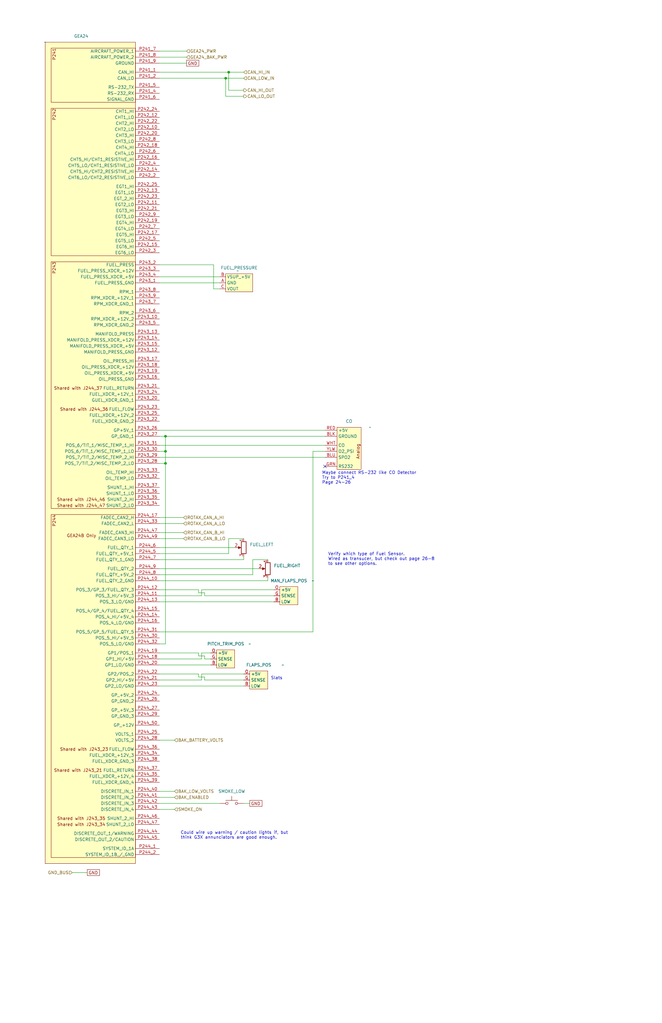
<source format=kicad_sch>
(kicad_sch (version 20230121) (generator eeschema)
  (paper "USLedger" portrait)
  (title_block (title "EIS") (date "2024-02-08") (rev "0.9") (company "N915SN Angry Bird"))
  (lib_symbols
    (symbol "Device:R_Potentiometer" (pin_names (offset 1.016) hide)
      (property "Reference" "RV" (at -4.445 0 90))
      (property "Value" "R_Potentiometer" (at -2.54 0 90))
      (symbol "R_Potentiometer_0_1"
        (polyline (pts (xy 2.54 0) (xy 1.524 0)))
        (polyline (pts (xy 1.143 0) (xy 2.286 0.508) (xy 2.286 -0.508) (xy 1.143 0)) (fill (type outline)))
        (rectangle (start 1.016 2.54) (end -1.016 -2.54) (stroke (width 0.254)))
      )
      (symbol "R_Potentiometer_1_1"
        (pin passive line (at 0 3.81 270) (length 1.27) (name "1") (number "1"))
        (pin passive line (at 3.81 0 180) (length 1.27) (name "2") (number "2"))
        (pin passive line (at 0 -3.81 90) (length 1.27) (name "3") (number "3"))
      )
    )
    (symbol "Switch:SW_Push" (pin_numbers hide) (pin_names (offset 1.016) hide)
      (property "Reference" "SW" (at 1.27 2.54 0))
      (property "Value" "SW_Push" (at 0 -1.524 0))
      (symbol "SW_Push_0_1"
        (circle (center -2.032 0) (radius 0.508))
        (polyline (pts (xy 0 1.27) (xy 0 3.048)))
        (polyline (pts (xy 2.54 1.27) (xy -2.54 1.27)))
        (circle (center 2.032 0) (radius 0.508))
        (pin passive line (at -5.08 0 0) (length 2.54) (name "1") (number "1"))
        (pin passive line (at 5.08 0 180) (length 2.54) (name "2") (number "2"))
      )
    )
    (symbol "flyerx:Aithre_EX3"
      (property "Reference" "CO" (at 2.54 1.27 0))
      (symbol "Aithre_EX3_1_1"
        (rectangle (start 0 0) (end 10.16 -17.78) (fill (type background)))
        (text "Analog" (at 1.27 -10.16 900) (effects (font (size 1.27 1.27))))
        (pin passive line (at 15.24 -3.81 180) (length 5.08) (name "GROUND") (number "BLK"))
        (pin output line (at 15.24 -12.7 180) (length 5.08) (name "SPO2") (number "BLU"))
        (pin output line (at 15.24 -16.51 180) (length 5.08) (name "RS232") (number "GRN"))
        (pin power_in line (at 15.24 -1.27 180) (length 5.08) (name "+5V") (number "RED"))
        (pin output line (at 15.24 -7.62 180) (length 5.08) (name "CO") (number "WHT"))
        (pin output line (at 15.24 -10.16 180) (length 5.08) (name "O2_PSI") (number "YLW"))
      )
    )
    (symbol "flyerx:Garmin_GEA24"
      (property "Reference" "GEA" (at 2.54 1.27 0))
      (symbol "Garmin_GEA24_1_1"
        (rectangle (start 0 0) (end 38.1 -346.71) (fill (type background)))
        (rectangle (start 2.54 -199.39) (end 38.1 -344.17) (fill (type background)))
        (rectangle (start 2.54 -92.71) (end 38.1 -196.85) (fill (type background)))
        (rectangle (start 2.54 -27.94) (end 38.1 -90.17) (fill (type background)))
        (rectangle (start 2.54 -2.54) (end 38.1 -25.4) (fill (type background)))
        (text "GEA24B Only" (at 21.59 -208.28 0) (effects (font (size 1.27 1.27)) (justify right)))
        (text "P241" (at 3.81 -2.54 900) (effects (font (size 1.27 1.27)) (justify right)))
        (text "P242" (at 3.81 -27.94 900) (effects (font (size 1.27 1.27)) (justify right)))
        (text "P243" (at 3.81 -92.71 900) (effects (font (size 1.27 1.27)) (justify right)))
        (text "P244" (at 3.81 -199.39 900) (effects (font (size 1.27 1.27)) (justify right)))
        (text "Shared with J243_21" (at 24.13 -307.34 0) (effects (font (size 1.27 1.27)) (justify right)))
        (text "Shared with J243_23" (at 26.67 -298.45 0) (effects (font (size 1.27 1.27)) (justify right)))
        (text "Shared with J243_34" (at 15.24 -330.2 0) (effects (font (size 1.27 1.27))))
        (text "Shared with J243_35" (at 15.24 -327.66 0) (effects (font (size 1.27 1.27))))
        (text "Shared with J244_36" (at 26.67 -154.94 0) (effects (font (size 1.27 1.27)) (justify right)))
        (text "Shared with J244_37" (at 24.13 -146.05 0) (effects (font (size 1.27 1.27)) (justify right)))
        (text "Shared with J244_46" (at 25.4 -193.04 0) (effects (font (size 1.27 1.27)) (justify right)))
        (text "Shared with J244_47" (at 25.4 -195.58 0) (effects (font (size 1.27 1.27)) (justify right)))
        (pin bidirectional line (at 48.26 -12.7 180) (length 10.16) (name "CAN_HI") (number "P241_1"))
        (pin bidirectional line (at 48.26 -15.24 180) (length 10.16) (name "CAN_LO") (number "P241_2"))
        (pin input line (at 48.26 -21.59 180) (length 10.16) (name "RS-232_RX") (number "P241_4"))
        (pin output line (at 48.26 -19.05 180) (length 10.16) (name "RS-232_TX") (number "P241_5"))
        (pin passive line (at 48.26 -24.13 180) (length 10.16) (name "SIGNAL_GND") (number "P241_6"))
        (pin power_in line (at 48.26 -3.81 180) (length 10.16) (name "AIRCRAFT_POWER_1") (number "P241_7"))
        (pin power_in line (at 48.26 -6.35 180) (length 10.16) (name "AIRCRAFT_POWER_2") (number "P241_8"))
        (pin passive line (at 48.26 -8.89 180) (length 10.16) (name "GROUND") (number "P241_9"))
        (pin passive line (at 48.26 -36.83 180) (length 10.16) (name "CHT2_LO") (number "P242_10"))
        (pin passive line (at 48.26 -68.58 180) (length 10.16) (name "EGT2_LO") (number "P242_11"))
        (pin passive line (at 48.26 -31.75 180) (length 10.16) (name "CHT1_LO") (number "P242_12"))
        (pin passive line (at 48.26 -63.5 180) (length 10.16) (name "EGT1_LO") (number "P242_13"))
        (pin input line (at 48.26 -54.61 180) (length 10.16) (name "CHT5_HI/CHT2_RESISTIVE_HI") (number "P242_14"))
        (pin input line (at 48.26 -86.36 180) (length 10.16) (name "EGT6_HI") (number "P242_15"))
        (pin input line (at 48.26 -49.53 180) (length 10.16) (name "CHT5_HI/CHT1_RESISTIVE_HI") (number "P242_16"))
        (pin input line (at 48.26 -81.28 180) (length 10.16) (name "EGT5_HI") (number "P242_17"))
        (pin input line (at 48.26 -44.45 180) (length 10.16) (name "CHT4_HI") (number "P242_18"))
        (pin input line (at 48.26 -76.2 180) (length 10.16) (name "EGT4_HI") (number "P242_19"))
        (pin passive line (at 48.26 -57.15 180) (length 10.16) (name "CHT6_LO/CHT2_RESISTIVE_LO") (number "P242_2"))
        (pin input line (at 48.26 -39.37 180) (length 10.16) (name "CHT3_HI") (number "P242_20"))
        (pin input line (at 48.26 -71.12 180) (length 10.16) (name "EGT3_HI") (number "P242_21"))
        (pin input line (at 48.26 -34.29 180) (length 10.16) (name "CHT2_HI") (number "P242_22"))
        (pin input line (at 48.26 -66.04 180) (length 10.16) (name "EGT_2_HI") (number "P242_23"))
        (pin input line (at 48.26 -29.21 180) (length 10.16) (name "CHT1_HI") (number "P242_24"))
        (pin input line (at 48.26 -60.96 180) (length 10.16) (name "EGT1_HI") (number "P242_25"))
        (pin passive line (at 48.26 -88.9 180) (length 10.16) (name "EGT6_LO") (number "P242_3"))
        (pin passive line (at 48.26 -52.07 180) (length 10.16) (name "CHT5_LO/CHT1_RESISTIVE_LO") (number "P242_4"))
        (pin passive line (at 48.26 -83.82 180) (length 10.16) (name "EGT5_LO") (number "P242_5"))
        (pin passive line (at 48.26 -46.99 180) (length 10.16) (name "CHT4_LO") (number "P242_6"))
        (pin passive line (at 48.26 -78.74 180) (length 10.16) (name "EGT4_LO") (number "P242_7"))
        (pin passive line (at 48.26 -41.91 180) (length 10.16) (name "CHT3_LO") (number "P242_8"))
        (pin passive line (at 48.26 -73.66 180) (length 10.16) (name "EGT3_LO") (number "P242_9"))
        (pin passive line (at 48.26 -101.6 180) (length 10.16) (name "FUEL_PRESS_GND") (number "P243_1"))
        (pin output line (at 48.26 -116.84 180) (length 10.16) (name "RPM_XDCR_+12V_2") (number "P243_10"))
        (pin passive line (at 48.26 -130.81 180) (length 10.16) (name "MANIFOLD_PRESS_GND") (number "P243_12"))
        (pin input line (at 48.26 -123.19 180) (length 10.16) (name "MANIFOLD_PRESS") (number "P243_13"))
        (pin output line (at 48.26 -125.73 180) (length 10.16) (name "MANIFOLD_PRESS_XDCR_+12V") (number "P243_14"))
        (pin output line (at 48.26 -128.27 180) (length 10.16) (name "MANIFOLD_PRESS_XDCR_+5V") (number "P243_15"))
        (pin passive line (at 48.26 -142.24 180) (length 10.16) (name "OIL_PRESS_GND") (number "P243_16"))
        (pin input line (at 48.26 -134.62 180) (length 10.16) (name "OIL_PRESS_HI") (number "P243_17"))
        (pin output line (at 48.26 -137.16 180) (length 10.16) (name "OIL_PRESS_XDCR_+12V") (number "P243_18"))
        (pin output line (at 48.26 -139.7 180) (length 10.16) (name "OIL_PRESS_XDCR_+5V") (number "P243_19"))
        (pin input line (at 48.26 -93.98 180) (length 10.16) (name "FUEL_PRESS") (number "P243_2"))
        (pin passive line (at 48.26 -151.13 180) (length 10.16) (name "GUEL_XDCR_GND_1") (number "P243_20"))
        (pin input line (at 48.26 -146.05 180) (length 10.16) (name "FUEL_RETURN") (number "P243_21"))
        (pin passive line (at 48.26 -160.02 180) (length 10.16) (name "FUEL_XDCR_GND_2") (number "P243_22"))
        (pin input line (at 48.26 -154.94 180) (length 10.16) (name "FUEL_FLOW") (number "P243_23"))
        (pin input line (at 48.26 -148.59 180) (length 10.16) (name "FUEL_XDCR_+12V_1") (number "P243_24"))
        (pin output line (at 48.26 -157.48 180) (length 10.16) (name "FUEL_XDCR_+12V_2") (number "P243_25"))
        (pin output line (at 48.26 -163.83 180) (length 10.16) (name "GP+5V_1") (number "P243_26"))
        (pin passive line (at 48.26 -166.37 180) (length 10.16) (name "GP_GND_1") (number "P243_27"))
        (pin passive line (at 48.26 -177.8 180) (length 10.16) (name "POS_7/TIT_2/MISC_TEMP_2_LO") (number "P243_28"))
        (pin input line (at 48.26 -175.26 180) (length 10.16) (name "POS_7/TIT_2/MISC_TEMP_2_HI") (number "P243_29"))
        (pin output line (at 48.26 -96.52 180) (length 10.16) (name "FUEL_PRESS_XDCR_+12V") (number "P243_3"))
        (pin passive line (at 48.26 -172.72 180) (length 10.16) (name "POS_6/TIT_1/MISC_TEMP_1_LO") (number "P243_30"))
        (pin input line (at 48.26 -170.18 180) (length 10.16) (name "POS_6/TIT_1/MISC_TEMP_1_HI") (number "P243_31"))
        (pin passive line (at 48.26 -184.15 180) (length 10.16) (name "OIL_TEMP_LO") (number "P243_32"))
        (pin input line (at 48.26 -181.61 180) (length 10.16) (name "OIL_TEMP_HI") (number "P243_33"))
        (pin passive line (at 48.26 -195.58 180) (length 10.16) (name "SHUNT_2_LO") (number "P243_34"))
        (pin input line (at 48.26 -193.04 180) (length 10.16) (name "SHUNT_2_HI") (number "P243_35"))
        (pin passive line (at 48.26 -190.5 180) (length 10.16) (name "SHUNT_1_LO") (number "P243_36"))
        (pin input line (at 48.26 -187.96 180) (length 10.16) (name "SHUNT_1_HI") (number "P243_37"))
        (pin output line (at 48.26 -99.06 180) (length 10.16) (name "FUEL_PRESS_XDCR_+5V") (number "P243_4"))
        (pin passive line (at 48.26 -119.38 180) (length 10.16) (name "RPM_XDCR_GND_2") (number "P243_5"))
        (pin input line (at 48.26 -114.3 180) (length 10.16) (name "RPM_2") (number "P243_6"))
        (pin passive line (at 48.26 -110.49 180) (length 10.16) (name "RPM_XDCR_GND_1") (number "P243_7"))
        (pin input line (at 48.26 -105.41 180) (length 10.16) (name "RPM_1") (number "P243_8"))
        (pin output line (at 48.26 -107.95 180) (length 10.16) (name "RPM_XDCR_+12V_1") (number "P243_9"))
        (pin input line (at 48.26 -340.36 180) (length 10.16) (name "SYSTEM_ID_1A") (number "P244_1"))
        (pin passive line (at 48.26 -227.33 180) (length 10.16) (name "FUEL_QTY_2_GND") (number "P244_10"))
        (pin output line (at 48.26 -233.68 180) (length 10.16) (name "POS_3_HI/+5V_3") (number "P244_11"))
        (pin input line (at 48.26 -231.14 180) (length 10.16) (name "POS_3/GP_3/FUEL_QTY_3") (number "P244_12"))
        (pin passive line (at 48.26 -236.22 180) (length 10.16) (name "POS_3_LO/GND") (number "P244_13"))
        (pin output line (at 48.26 -242.57 180) (length 10.16) (name "POS_4_HI/+5V_4") (number "P244_14"))
        (pin input line (at 48.26 -240.03 180) (length 10.16) (name "POS_4/GP_4/FUEL_QTY_4") (number "P244_15"))
        (pin passive line (at 48.26 -245.11 180) (length 10.16) (name "POS_4_LO/GND") (number "P244_16"))
        (pin bidirectional line (at 48.26 -200.66 180) (length 10.16) (name "FADEC_CAN2_H") (number "P244_17"))
        (pin output line (at 48.26 -260.35 180) (length 10.16) (name "GP1_HI/+5V") (number "P244_18"))
        (pin input line (at 48.26 -257.81 180) (length 10.16) (name "GP1/POS_1") (number "P244_19"))
        (pin passive line (at 48.26 -342.9 180) (length 10.16) (name "SYSTEM_ID_1B_/_GND") (number "P244_2"))
        (pin passive line (at 48.26 -262.89 180) (length 10.16) (name "GP1_LO/GND") (number "P244_20"))
        (pin output line (at 48.26 -269.24 180) (length 10.16) (name "GP2_HI/+5V") (number "P244_21"))
        (pin input line (at 48.26 -266.7 180) (length 10.16) (name "GP2/POS_2") (number "P244_22"))
        (pin passive line (at 48.26 -271.78 180) (length 10.16) (name "GP2_LO/GND") (number "P244_23"))
        (pin output line (at 48.26 -275.59 180) (length 10.16) (name "GP_+5V_2") (number "P244_24"))
        (pin input line (at 48.26 -292.1 180) (length 10.16) (name "VOLTS_1") (number "P244_25"))
        (pin passive line (at 48.26 -278.13 180) (length 10.16) (name "GP_GND_2") (number "P244_26"))
        (pin output line (at 48.26 -281.94 180) (length 10.16) (name "GP_+5V_3") (number "P244_27"))
        (pin input line (at 48.26 -294.64 180) (length 10.16) (name "VOLTS_2") (number "P244_28"))
        (pin passive line (at 48.26 -284.48 180) (length 10.16) (name "GP_GND_3") (number "P244_29"))
        (pin output line (at 48.26 -251.46 180) (length 10.16) (name "POS_5_HI/+5V_5") (number "P244_30"))
        (pin input line (at 48.26 -248.92 180) (length 10.16) (name "POS_5/GP_5/FUEL_QTY_5") (number "P244_31"))
        (pin passive line (at 48.26 -254 180) (length 10.16) (name "POS_5_LO/GND") (number "P244_32"))
        (pin bidirectional line (at 48.26 -203.2 180) (length 10.16) (name "FADEC_CAN2_L") (number "P244_33"))
        (pin output line (at 48.26 -300.99 180) (length 10.16) (name "FUEL_XDCR_+12V_3") (number "P244_34"))
        (pin output line (at 48.26 -309.88 180) (length 10.16) (name "FUEL_XDCR_+12V_4") (number "P244_35"))
        (pin input line (at 48.26 -298.45 180) (length 10.16) (name "FUEL_FLOW") (number "P244_36"))
        (pin input line (at 48.26 -307.34 180) (length 10.16) (name "FUEL_RETURN") (number "P244_37"))
        (pin passive line (at 48.26 -303.53 180) (length 10.16) (name "FUEL_XDCR_GND_3") (number "P244_38"))
        (pin passive line (at 48.26 -312.42 180) (length 10.16) (name "FUEL_XDCR_GND_4") (number "P244_39"))
        (pin input line (at 48.26 -316.23 180) (length 10.16) (name "DISCRETE_IN_1") (number "P244_40"))
        (pin input line (at 48.26 -318.77 180) (length 10.16) (name "DISCRETE_IN_2") (number "P244_41"))
        (pin input line (at 48.26 -321.31 180) (length 10.16) (name "DISCRETE_IN_3") (number "P244_42"))
        (pin input line (at 48.26 -323.85 180) (length 10.16) (name "DISCRETE_IN_4") (number "P244_43"))
        (pin output line (at 48.26 -334.01 180) (length 10.16) (name "DISCRETE_OUT_1/WARNING") (number "P244_44"))
        (pin output line (at 48.26 -336.55 180) (length 10.16) (name "DISCRETE_OUT_2/CAUTION") (number "P244_45"))
        (pin input line (at 48.26 -327.66 180) (length 10.16) (name "SHUNT_2_HI") (number "P244_46"))
        (pin bidirectional line (at 48.26 -207.01 180) (length 10.16) (name "FADEC_CAN3_HI") (number "P244_47"))
        (pin passive line (at 48.26 -330.2 180) (length 10.16) (name "SHUNT_2_LO") (number "P244_47"))
        (pin bidirectional line (at 48.26 -209.55 180) (length 10.16) (name "FADEC_CAN3_LO") (number "P244_49"))
        (pin output line (at 48.26 -215.9 180) (length 10.16) (name "FUEL_QTY_+5V_1") (number "P244_5"))
        (pin output line (at 48.26 -288.29 180) (length 10.16) (name "GP_+12V") (number "P244_50"))
        (pin input line (at 48.26 -213.36 180) (length 10.16) (name "FUEL_QTY_1") (number "P244_6"))
        (pin passive line (at 48.26 -218.44 180) (length 10.16) (name "FUEL_QTY_1_GND") (number "P244_7"))
        (pin output line (at 48.26 -224.79 180) (length 10.16) (name "FUEL_QTY_+5V_2") (number "P244_8"))
        (pin input line (at 48.26 -222.25 180) (length 10.16) (name "FUEL_QTY_2") (number "P244_9"))
      )
    )
    (symbol "flyerx:Kavlico_P4055"
      (property "Reference" "P" (at 0 1.27 0))
      (symbol "Kavlico_P4055_1_1"
        (rectangle (start -6.35 0) (end 5.08 -7.62) (fill (type background)))
        (pin passive line (at 7.62 -3.81 180) (length 2.54) (name "GND") (number "A"))
        (pin power_in line (at 7.62 -1.27 180) (length 2.54) (name "VSUP_+5V") (number "B"))
        (pin output line (at 7.62 -6.35 180) (length 2.54) (name "VOUT") (number "C"))
      )
    )
    (symbol "flyerx:Ray_Allen_POS-12"
      (property "Reference" "POS" (at 3.81 1.27 0))
      (symbol "Ray_Allen_POS-12_1_1"
        (rectangle (start 0 0) (end 7.62 -7.62) (fill (type background)))
        (pin passive line (at 10.16 -6.35 180) (length 2.54) (name "LOW") (number "B"))
        (pin output line (at 10.16 -3.81 180) (length 2.54) (name "SENSE") (number "G"))
        (pin input line (at 10.16 -1.27 180) (length 2.54) (name "+5V") (number "O"))
      )
    )
  )
  (junction (at 96.52 30.48))
  (junction (at 69.85 195.58))
  (junction (at 95.25 33.02))
  (junction (at 69.85 184.15))
  (junction (at 69.85 190.5))
  (no_connect (at 137.16 196.85))
  (wire (pts (xy 132.08 190.5) (xy 137.16 190.5)))
  (wire (pts (xy 69.85 271.78) (xy 69.85 195.58)))
  (wire (pts (xy 83.82 275.59) (xy 83.82 276.86)))
  (wire (pts (xy 67.31 30.48) (xy 96.52 30.48)))
  (wire (pts (xy 67.31 116.84) (xy 92.71 116.84)))
  (wire (pts (xy 67.31 227.33) (xy 77.47 227.33)))
  (wire (pts (xy 69.85 184.15) (xy 137.16 184.15)))
  (wire (pts (xy 67.31 312.42) (xy 73.66 312.42)))
  (wire (pts (xy 85.09 278.13) (xy 85.09 275.59)))
  (wire (pts (xy 85.09 287.02) (xy 85.09 284.48)))
  (wire (pts (xy 67.31 193.04) (xy 137.16 193.04)))
  (wire (pts (xy 67.31 233.68) (xy 96.52 233.68)))
  (wire (pts (xy 67.31 218.44) (xy 77.47 218.44)))
  (wire (pts (xy 67.31 251.46) (xy 85.09 251.46)))
  (wire (pts (xy 95.25 33.02) (xy 102.87 33.02)))
  (wire (pts (xy 69.85 190.5) (xy 69.85 184.15)))
  (wire (pts (xy 67.31 339.09) (xy 92.71 339.09)))
  (wire (pts (xy 86.36 278.13) (xy 88.9 278.13)))
  (wire (pts (xy 132.08 190.5) (xy 132.08 266.7)))
  (wire (pts (xy 85.09 275.59) (xy 88.9 275.59)))
  (wire (pts (xy 67.31 334.01) (xy 73.66 334.01)))
  (wire (pts (xy 67.31 111.76) (xy 90.17 111.76)))
  (wire (pts (xy 67.31 242.57) (xy 106.68 242.57)))
  (wire (pts (xy 90.17 111.76) (xy 90.17 121.92)))
  (wire (pts (xy 69.85 195.58) (xy 69.85 190.5)))
  (wire (pts (xy 102.87 339.09) (xy 105.41 339.09)))
  (wire (pts (xy 96.52 233.68) (xy 96.52 227.33)))
  (wire (pts (xy 67.31 231.14) (xy 99.06 231.14)))
  (wire (pts (xy 86.36 285.75) (xy 86.36 287.02)))
  (wire (pts (xy 67.31 24.13) (xy 78.74 24.13)))
  (wire (pts (xy 85.09 284.48) (xy 102.87 284.48)))
  (wire (pts (xy 67.31 181.61) (xy 137.16 181.61)))
  (wire (pts (xy 67.31 254) (xy 115.57 254)))
  (wire (pts (xy 67.31 190.5) (xy 69.85 190.5)))
  (wire (pts (xy 102.87 38.1) (xy 96.52 38.1)))
  (wire (pts (xy 86.36 250.19) (xy 86.36 251.46)))
  (wire (pts (xy 67.31 187.96) (xy 137.16 187.96)))
  (wire (pts (xy 102.87 236.22) (xy 102.87 234.95)))
  (wire (pts (xy 67.31 278.13) (xy 85.09 278.13)))
  (wire (pts (xy 95.25 40.64) (xy 95.25 33.02)))
  (wire (pts (xy 96.52 30.48) (xy 102.87 30.48)))
  (wire (pts (xy 67.31 195.58) (xy 69.85 195.58)))
  (wire (pts (xy 86.36 287.02) (xy 102.87 287.02)))
  (wire (pts (xy 86.36 251.46) (xy 115.57 251.46)))
  (wire (pts (xy 67.31 341.63) (xy 73.66 341.63)))
  (wire (pts (xy 90.17 121.92) (xy 92.71 121.92)))
  (wire (pts (xy 67.31 271.78) (xy 69.85 271.78)))
  (wire (pts (xy 83.82 285.75) (xy 86.36 285.75)))
  (wire (pts (xy 67.31 266.7) (xy 132.08 266.7)))
  (wire (pts (xy 67.31 248.92) (xy 83.82 248.92)))
  (wire (pts (xy 113.03 245.11) (xy 113.03 243.84)))
  (wire (pts (xy 67.31 289.56) (xy 102.87 289.56)))
  (wire (pts (xy 85.09 248.92) (xy 115.57 248.92)))
  (wire (pts (xy 83.82 284.48) (xy 83.82 285.75)))
  (wire (pts (xy 83.82 276.86) (xy 86.36 276.86)))
  (wire (pts (xy 67.31 284.48) (xy 83.82 284.48)))
  (wire (pts (xy 67.31 240.03) (xy 109.22 240.03)))
  (wire (pts (xy 67.31 33.02) (xy 95.25 33.02)))
  (wire (pts (xy 30.48 368.3) (xy 36.83 368.3)))
  (wire (pts (xy 83.82 248.92) (xy 83.82 250.19)))
  (wire (pts (xy 67.31 245.11) (xy 113.03 245.11)))
  (wire (pts (xy 83.82 250.19) (xy 86.36 250.19)))
  (wire (pts (xy 67.31 280.67) (xy 88.9 280.67)))
  (wire (pts (xy 67.31 287.02) (xy 85.09 287.02)))
  (wire (pts (xy 67.31 220.98) (xy 77.47 220.98)))
  (wire (pts (xy 67.31 21.59) (xy 78.74 21.59)))
  (wire (pts (xy 67.31 336.55) (xy 73.66 336.55)))
  (wire (pts (xy 67.31 184.15) (xy 69.85 184.15)))
  (wire (pts (xy 67.31 26.67) (xy 78.74 26.67)))
  (wire (pts (xy 106.68 236.22) (xy 113.03 236.22)))
  (wire (pts (xy 85.09 251.46) (xy 85.09 248.92)))
  (wire (pts (xy 96.52 38.1) (xy 96.52 30.48)))
  (wire (pts (xy 86.36 276.86) (xy 86.36 278.13)))
  (wire (pts (xy 106.68 242.57) (xy 106.68 236.22)))
  (wire (pts (xy 102.87 40.64) (xy 95.25 40.64)))
  (wire (pts (xy 67.31 236.22) (xy 102.87 236.22)))
  (wire (pts (xy 67.31 275.59) (xy 83.82 275.59)))
  (wire (pts (xy 67.31 119.38) (xy 92.71 119.38)))
  (wire (pts (xy 67.31 224.79) (xy 77.47 224.79)))
  (wire (pts (xy 96.52 227.33) (xy 102.87 227.33)))
  (text "Verify which type of Fuel Sensor.\nWired as transucer, but check out page 26-8\nto see other options." (at 138.43 238.76 0) (effects (font (size 1.27 1.27)) (justify left bottom)))
  (text "Could wire up warning / caution lights if, but\nthink G3X annunciators are good enough." (at 76.2 354.33 0) (effects (font (size 1.27 1.27)) (justify left bottom)))
  (text "Maybe connect RS-232 like CO Detector\nTry to P241_4\nPage 24-26" (at 135.89 204.47 0) (effects (font (size 1.27 1.27)) (justify left bottom)))
  (text "Slats" (at 114.3 287.02 0) (effects (font (size 1.27 1.27)) (justify left bottom)))
  (global_label "GND" (shape passive) (at 36.83 368.3 0) (property "Intersheetrefs" "${INTERSHEET_REFS}" (effects hide)))
  (global_label "GND" (shape passive) (at 78.74 26.67 0) (property "Intersheetrefs" "${INTERSHEET_REFS}" (effects hide)))
  (global_label "GND" (shape passive) (at 105.41 339.09 0) (property "Intersheetrefs" "${INTERSHEET_REFS}" (effects hide)))
  (hierarchical_label "ROTAX_CAN_B_LO" (shape input) (at 77.47 227.33 0))
  (hierarchical_label "GEA24_PWR" (shape input) (at 78.74 21.59 0))
  (hierarchical_label "ROTAX_CAN_B_HI" (shape input) (at 77.47 224.79 0))
  (hierarchical_label "CAN_LO_OUT" (shape output) (at 102.87 40.64 0))
  (hierarchical_label "SMOKE_ON" (shape input) (at 73.66 341.63 0))
  (hierarchical_label "ROTAX_CAN_A_HI" (shape input) (at 77.47 218.44 0))
  (hierarchical_label "CAN_HI_IN" (shape input) (at 102.87 30.48 0))
  (hierarchical_label "BAK_ENABLED" (shape input) (at 73.66 336.55 0))
  (hierarchical_label "BAK_BATTERY_VOLTS" (shape input) (at 73.66 312.42 0))
  (hierarchical_label "CAN_LOW_IN" (shape input) (at 102.87 33.02 0))
  (hierarchical_label "GEA24_BAK_PWR" (shape input) (at 78.74 24.13 0))
  (hierarchical_label "GND_BUS" (shape input) (at 30.48 368.3 180))
  (hierarchical_label "ROTAX_CAN_A_LO" (shape input) (at 77.47 220.98 0))
  (hierarchical_label "CAN_HI_OUT" (shape output) (at 102.87 38.1 0))
  (hierarchical_label "BAK_LOW_VOLTS" (shape input) (at 73.66 334.01 0))
  (symbol (lib_id "flyerx:Ray_Allen_POS-12") (at 125.73 247.65 0) (mirror y) (unit 1)
    (property "Reference" "MAN_FLAPS_POS" (at 121.92 245.11 0))
    (property "Value" "~" (at 132.08 245.11 0))
  )
  (symbol (lib_id "flyerx:Kavlico_P4055") (at 100.33 115.57 0) (mirror y) (unit 1)
    (property "Reference" "FUEL_PRESSURE" (at 100.965 113.03 0))
    (property "Value" "~" (at 100.33 114.3 0))
  )
  (symbol (lib_id "Device:R_Potentiometer") (at 113.03 240.03 0) (mirror y) (unit 1)
    (property "Reference" "FUEL_RIGHT" (at 115.57 238.76 0) (effects (justify right)))
    (property "Value" "FUEL_QTY_SENSOR" (effects hide))
  )
  (symbol (lib_id "Device:R_Potentiometer") (at 102.87 231.14 0) (mirror y) (unit 1)
    (property "Reference" "FUEL_LEFT" (at 105.41 229.87 0) (effects (justify right)))
    (property "Value" "FUEL_QTY_SENSOR" (effects hide))
  )
  (symbol (lib_id "flyerx:Garmin_GEA24") (at 19.05 17.78 0) (unit 1)
    (property "Reference" "GEA24" (at 34.29 15.24 0))
    (property "Value" "~" (at 19.05 17.78 0))
  )
  (symbol (lib_id "flyerx:Ray_Allen_POS-12") (at 99.06 274.32 0) (mirror y) (unit 1)
    (property "Reference" "PITCH_TRIM_POS" (at 95.25 271.78 0))
    (property "Value" "~" (at 105.41 271.78 0))
  )
  (symbol (lib_id "Switch:SW_Push") (at 97.79 339.09 0) (unit 1)
    (property "Reference" "SMOKE_LOW" (at 97.79 334.01 0))
    (property "Value" "FLOAT_SENSOR" (effects hide))
  )
  (symbol (lib_id "flyerx:Ray_Allen_POS-12") (at 113.03 283.21 0) (mirror y) (unit 1)
    (property "Reference" "FLAPS_POS" (at 109.22 280.67 0))
    (property "Value" "~" (at 119.38 280.67 0))
  )
  (symbol (lib_id "flyerx:Aithre_EX3") (at 152.4 180.34 0) (mirror y) (unit 1)
    (property "Reference" "CO" (at 147.32 177.8 0))
    (property "Value" "~" (at 156.21 180.34 0))
  )
)
</source>
